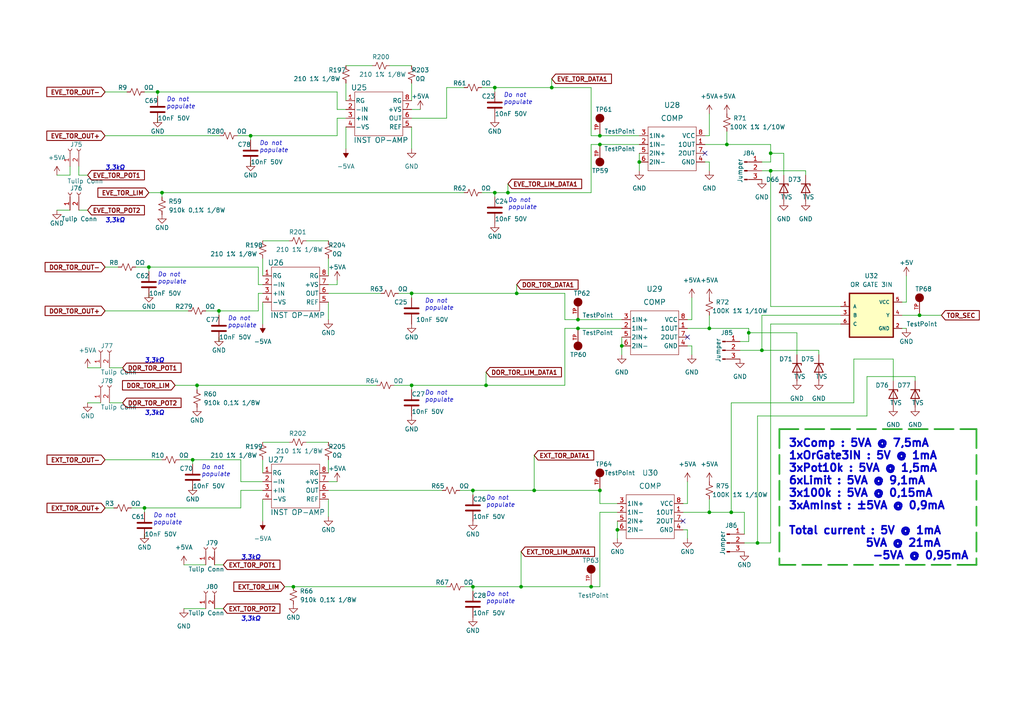
<source format=kicad_sch>
(kicad_sch (version 20211123) (generator eeschema)
  (paper "A4")
  (title_block (title "BUMBLEBEE") (date "2024-01-15") (rev "1.00") (company "ExoFlex") (comment 1 "Bumblebee"))
  (junction (at 43.18 77.47))
  (junction (at 223.52 49.53))
  (junction (at 85.09 170.18))
  (junction (at 220.98 101.6))
  (junction (at 160.02 25.4))
  (junction (at 205.74 95.25))
  (junction (at 173.99 41.91))
  (junction (at 179.07 153.67))
  (junction (at 212.09 148.59))
  (junction (at 219.71 157.48))
  (junction (at 180.34 100.33))
  (junction (at 147.32 55.88))
  (junction (at 223.52 44.45))
  (junction (at 55.88 133.35))
  (junction (at 143.51 25.4))
  (junction (at 167.64 95.25))
  (junction (at 41.91 147.32))
  (junction (at 149.86 85.09))
  (junction (at 46.99 55.88))
  (junction (at 137.16 142.24))
  (junction (at 205.74 148.59))
  (junction (at 217.17 96.52))
  (junction (at 210.82 41.91))
  (junction (at 266.7 91.44))
  (junction (at 167.64 92.71))
  (junction (at 72.6872 39.37))
  (junction (at 143.51 55.88))
  (junction (at 154.94 142.24))
  (junction (at 63.5 90.17))
  (junction (at 119.38 85.09))
  (junction (at 173.99 39.37))
  (junction (at 119.38 111.76))
  (junction (at 173.99 142.24))
  (junction (at 171.45 170.18))
  (junction (at 151.13 170.18))
  (junction (at 140.97 111.76))
  (junction (at 137.16 170.18))
  (junction (at 57.15 111.76))
  (junction (at 45.72 26.67))
  (junction (at 185.42 46.99))
  (no_connect (at 199.39 97.79))
  (no_connect (at 198.12 151.13))
  (no_connect (at 204.47 44.45))
  (wire (pts (xy 97.79 26.67) (xy 97.79 31.75)))
  (wire (pts (xy 214.63 99.06) (xy 217.17 99.06)))
  (wire (pts (xy 55.88 133.35) (xy 69.85 133.35)))
  (wire (pts (xy 76.2 87.63) (xy 76.2 93.98)))
  (wire (pts (xy 223.52 93.98) (xy 243.84 93.98)))
  (wire (pts (xy 266.7 91.44) (xy 273.05 91.44)))
  (wire (pts (xy 16.51 50.8) (xy 20.32 50.8)))
  (wire (pts (xy 63.5 90.17) (xy 74.93 90.17)))
  (wire (pts (xy 217.17 96.52) (xy 231.14 96.52)))
  (wire (pts (xy 41.91 147.32) (xy 69.85 147.32)))
  (wire (pts (xy 171.45 170.18) (xy 173.99 170.18)))
  (polyline (pts (xy 226.06 124.46) (xy 226.06 163.83)) (stroke (width 0.5) (type dash) (color 40 168 41 1)))
  (wire (pts (xy 59.69 90.17) (xy 63.5 90.17)))
  (wire (pts (xy 95.25 87.63) (xy 95.25 92.71)))
  (polyline (pts (xy 226.06 124.46) (xy 283.21 124.46)) (stroke (width 0.5) (type dash) (color 40 168 41 1)))
  (wire (pts (xy 204.47 41.91) (xy 210.82 41.91)))
  (wire (pts (xy 139.7 25.4) (xy 143.51 25.4)))
  (wire (pts (xy 204.47 46.99) (xy 205.74 46.99)))
  (wire (pts (xy 30.48 133.35) (xy 46.99 133.35)))
  (wire (pts (xy 97.79 81.28) (xy 97.79 82.55)))
  (wire (pts (xy 30.48 147.32) (xy 33.02 147.32)))
  (wire (pts (xy 171.45 41.91) (xy 171.45 55.88)))
  (wire (pts (xy 137.16 142.24) (xy 137.16 143.51)))
  (wire (pts (xy 25.4 116.84) (xy 29.21 116.84)))
  (wire (pts (xy 41.91 26.67) (xy 45.72 26.67)))
  (wire (pts (xy 223.52 44.45) (xy 223.52 46.99)))
  (wire (pts (xy 223.52 157.48) (xy 223.52 93.98)))
  (wire (pts (xy 140.97 111.76) (xy 163.83 111.76)))
  (wire (pts (xy 171.45 39.37) (xy 173.99 39.37)))
  (wire (pts (xy 137.16 142.24) (xy 154.94 142.24)))
  (wire (pts (xy 205.74 148.59) (xy 212.09 148.59)))
  (wire (pts (xy 95.25 144.78) (xy 95.25 149.86)))
  (wire (pts (xy 46.99 55.88) (xy 46.99 57.15)))
  (wire (pts (xy 69.85 139.7) (xy 76.2 139.7)))
  (wire (pts (xy 204.47 39.37) (xy 205.74 39.37)))
  (wire (pts (xy 173.99 142.24) (xy 173.99 146.05)))
  (wire (pts (xy 143.51 55.88) (xy 147.32 55.88)))
  (wire (pts (xy 262.89 95.25) (xy 261.62 95.25)))
  (wire (pts (xy 179.07 153.67) (xy 179.07 156.21)))
  (wire (pts (xy 76.2 69.85) (xy 83.82 69.85)))
  (wire (pts (xy 198.12 153.67) (xy 199.39 153.67)))
  (wire (pts (xy 76.2 128.27) (xy 83.82 128.27)))
  (wire (pts (xy 137.16 170.18) (xy 151.13 170.18)))
  (wire (pts (xy 199.39 95.25) (xy 205.74 95.25)))
  (wire (pts (xy 74.93 90.17) (xy 74.93 85.09)))
  (wire (pts (xy 173.99 146.05) (xy 179.07 146.05)))
  (wire (pts (xy 134.62 170.18) (xy 137.16 170.18)))
  (wire (pts (xy 76.2 133.35) (xy 76.2 137.16)))
  (wire (pts (xy 219.71 157.48) (xy 223.52 157.48)))
  (wire (pts (xy 95.25 142.24) (xy 128.27 142.24)))
  (wire (pts (xy 205.74 46.99) (xy 205.74 49.53)))
  (wire (pts (xy 119.38 111.76) (xy 140.97 111.76)))
  (wire (pts (xy 223.52 49.53) (xy 233.68 49.53)))
  (wire (pts (xy 41.91 154.94) (xy 41.91 156.21)))
  (wire (pts (xy 97.79 82.55) (xy 95.25 82.55)))
  (wire (pts (xy 115.57 85.09) (xy 119.38 85.09)))
  (wire (pts (xy 119.38 111.76) (xy 119.38 113.03)))
  (wire (pts (xy 45.72 26.67) (xy 97.79 26.67)))
  (wire (pts (xy 88.9 128.27) (xy 95.25 128.27)))
  (wire (pts (xy 100.33 24.13) (xy 100.33 29.21)))
  (wire (pts (xy 95.25 74.93) (xy 95.25 80.01)))
  (wire (pts (xy 55.88 133.35) (xy 55.88 134.62)))
  (wire (pts (xy 63.5 90.17) (xy 63.5 91.44)))
  (wire (pts (xy 88.9 69.85) (xy 95.25 69.85)))
  (wire (pts (xy 68.8772 39.37) (xy 72.6872 39.37)))
  (wire (pts (xy 55.88 140.97) (xy 55.88 142.24)))
  (wire (pts (xy 180.34 97.79) (xy 180.34 100.33)))
  (wire (pts (xy 76.2 144.78) (xy 76.2 151.13)))
  (wire (pts (xy 82.55 170.18) (xy 85.09 170.18)))
  (wire (pts (xy 53.34 176.53) (xy 59.69 176.53)))
  (wire (pts (xy 151.13 160.02) (xy 151.13 170.18)))
  (wire (pts (xy 167.64 95.25) (xy 180.34 95.25)))
  (wire (pts (xy 199.39 139.7) (xy 199.39 146.05)))
  (wire (pts (xy 171.45 25.4) (xy 171.45 39.37)))
  (wire (pts (xy 63.5 97.79) (xy 63.5 99.06)))
  (wire (pts (xy 22.86 50.8) (xy 22.86 48.26)))
  (wire (pts (xy 200.66 100.33) (xy 200.66 102.87)))
  (wire (pts (xy 205.74 91.44) (xy 205.74 95.25)))
  (wire (pts (xy 154.94 132.08) (xy 154.94 142.24)))
  (wire (pts (xy 74.93 85.09) (xy 76.2 85.09)))
  (wire (pts (xy 147.32 53.34) (xy 147.32 55.88)))
  (wire (pts (xy 259.08 110.49) (xy 259.08 104.14)))
  (wire (pts (xy 173.99 148.59) (xy 173.99 170.18)))
  (wire (pts (xy 185.42 44.45) (xy 185.42 46.99)))
  (wire (pts (xy 57.15 111.76) (xy 57.15 113.03)))
  (wire (pts (xy 154.94 142.24) (xy 173.99 142.24)))
  (wire (pts (xy 173.99 148.59) (xy 179.07 148.59)))
  (wire (pts (xy 20.32 50.8) (xy 20.32 48.26)))
  (wire (pts (xy 85.09 170.18) (xy 129.54 170.18)))
  (wire (pts (xy 45.72 34.29) (xy 45.72 35.56)))
  (wire (pts (xy 251.46 120.65) (xy 219.71 120.65)))
  (wire (pts (xy 219.71 120.65) (xy 219.71 157.48)))
  (wire (pts (xy 43.18 77.47) (xy 43.18 78.74)))
  (wire (pts (xy 25.4 106.68) (xy 29.21 106.68)))
  (wire (pts (xy 243.84 88.9) (xy 223.52 88.9)))
  (wire (pts (xy 45.72 26.67) (xy 45.72 27.94)))
  (wire (pts (xy 119.38 34.29) (xy 129.54 34.29)))
  (wire (pts (xy 223.52 41.91) (xy 223.52 44.45)))
  (wire (pts (xy 198.12 148.59) (xy 205.74 148.59)))
  (wire (pts (xy 95.25 133.35) (xy 95.25 137.16)))
  (wire (pts (xy 212.09 116.84) (xy 212.09 148.59)))
  (wire (pts (xy 69.85 147.32) (xy 69.85 142.24)))
  (wire (pts (xy 30.48 39.37) (xy 63.7972 39.37)))
  (wire (pts (xy 163.83 92.71) (xy 167.64 92.71)))
  (wire (pts (xy 237.49 101.6) (xy 237.49 102.87)))
  (wire (pts (xy 251.46 109.22) (xy 251.46 120.65)))
  (wire (pts (xy 163.83 92.71) (xy 163.83 85.09)))
  (wire (pts (xy 205.74 144.78) (xy 205.74 148.59)))
  (wire (pts (xy 57.15 111.76) (xy 109.22 111.76)))
  (wire (pts (xy 69.85 142.24) (xy 76.2 142.24)))
  (wire (pts (xy 74.93 77.47) (xy 43.18 77.47)))
  (wire (pts (xy 163.83 95.25) (xy 167.64 95.25)))
  (wire (pts (xy 76.2 74.93) (xy 76.2 80.01)))
  (wire (pts (xy 119.38 85.09) (xy 149.86 85.09)))
  (wire (pts (xy 151.13 170.18) (xy 171.45 170.18)))
  (wire (pts (xy 200.66 86.36) (xy 200.66 92.71)))
  (wire (pts (xy 262.89 80.01) (xy 262.89 87.63)))
  (wire (pts (xy 205.74 33.02) (xy 205.74 39.37)))
  (wire (pts (xy 223.52 88.9) (xy 223.52 49.53)))
  (wire (pts (xy 247.65 104.14) (xy 247.65 116.84)))
  (wire (pts (xy 31.75 106.68) (xy 35.56 106.68)))
  (wire (pts (xy 137.16 170.18) (xy 137.16 171.45)))
  (wire (pts (xy 160.02 25.4) (xy 171.45 25.4)))
  (wire (pts (xy 129.54 25.4) (xy 134.62 25.4)))
  (wire (pts (xy 167.64 92.71) (xy 180.34 92.71)))
  (wire (pts (xy 247.65 116.84) (xy 212.09 116.84)))
  (wire (pts (xy 50.8 111.76) (xy 57.15 111.76)))
  (wire (pts (xy 72.6872 39.37) (xy 97.79 39.37)))
  (wire (pts (xy 100.33 19.05) (xy 107.95 19.05)))
  (wire (pts (xy 163.83 95.25) (xy 163.83 111.76)))
  (wire (pts (xy 53.34 163.83) (xy 59.69 163.83)))
  (wire (pts (xy 199.39 92.71) (xy 200.66 92.71)))
  (wire (pts (xy 100.33 36.83) (xy 100.33 43.18)))
  (wire (pts (xy 265.43 109.22) (xy 265.43 110.49)))
  (polyline (pts (xy 283.21 124.46) (xy 283.21 163.83)) (stroke (width 0.5) (type dash) (color 40 168 41 1)))
  (wire (pts (xy 223.52 41.91) (xy 210.82 41.91)))
  (wire (pts (xy 247.65 104.14) (xy 259.08 104.14)))
  (wire (pts (xy 205.74 95.25) (xy 217.17 95.25)))
  (wire (pts (xy 220.98 49.53) (xy 223.52 49.53)))
  (wire (pts (xy 52.07 133.35) (xy 55.88 133.35)))
  (wire (pts (xy 119.38 36.83) (xy 119.38 43.18)))
  (wire (pts (xy 34.29 77.47) (xy 30.48 77.47)))
  (wire (pts (xy 72.6872 39.37) (xy 72.6872 40.64)))
  (wire (pts (xy 261.62 91.44) (xy 266.7 91.44)))
  (wire (pts (xy 214.63 101.6) (xy 220.98 101.6)))
  (wire (pts (xy 227.33 44.45) (xy 223.52 44.45)))
  (wire (pts (xy 262.89 87.63) (xy 261.62 87.63)))
  (wire (pts (xy 139.7 55.88) (xy 143.51 55.88)))
  (wire (pts (xy 72.6872 46.99) (xy 72.6872 48.26)))
  (wire (pts (xy 220.98 101.6) (xy 237.49 101.6)))
  (wire (pts (xy 113.03 19.05) (xy 119.38 19.05)))
  (wire (pts (xy 97.79 39.37) (xy 97.79 34.29)))
  (wire (pts (xy 97.79 34.29) (xy 100.33 34.29)))
  (wire (pts (xy 220.98 101.6) (xy 220.98 91.44)))
  (wire (pts (xy 210.82 38.1) (xy 210.82 41.91)))
  (wire (pts (xy 199.39 153.67) (xy 199.39 156.21)))
  (wire (pts (xy 30.48 26.67) (xy 36.83 26.67)))
  (wire (pts (xy 39.37 77.47) (xy 43.18 77.47)))
  (wire (pts (xy 97.79 139.7) (xy 95.25 139.7)))
  (wire (pts (xy 231.14 102.87) (xy 231.14 96.52)))
  (wire (pts (xy 119.38 24.13) (xy 119.38 29.21)))
  (wire (pts (xy 62.23 163.83) (xy 64.77 163.83)))
  (wire (pts (xy 198.12 146.05) (xy 199.39 146.05)))
  (wire (pts (xy 119.38 85.09) (xy 119.38 86.36)))
  (wire (pts (xy 43.18 85.09) (xy 43.18 86.36)))
  (wire (pts (xy 38.1 147.32) (xy 41.91 147.32)))
  (wire (pts (xy 179.07 151.13) (xy 179.07 153.67)))
  (wire (pts (xy 97.79 31.75) (xy 100.33 31.75)))
  (wire (pts (xy 173.99 39.37) (xy 185.42 39.37)))
  (wire (pts (xy 227.33 50.8) (xy 227.33 44.45)))
  (wire (pts (xy 220.98 46.99) (xy 223.52 46.99)))
  (wire (pts (xy 22.86 60.96) (xy 25.4 60.96)))
  (wire (pts (xy 215.9 157.48) (xy 219.71 157.48)))
  (wire (pts (xy 114.3 111.76) (xy 119.38 111.76)))
  (wire (pts (xy 129.54 34.29) (xy 129.54 25.4)))
  (wire (pts (xy 233.68 49.53) (xy 233.68 50.8)))
  (wire (pts (xy 173.99 41.91) (xy 185.42 41.91)))
  (wire (pts (xy 140.97 107.95) (xy 140.97 111.76)))
  (wire (pts (xy 41.91 147.32) (xy 41.91 148.59)))
  (wire (pts (xy 212.09 148.59) (xy 215.9 148.59)))
  (wire (pts (xy 16.51 60.96) (xy 20.32 60.96)))
  (wire (pts (xy 69.85 133.35) (xy 69.85 139.7)))
  (wire (pts (xy 160.02 22.86) (xy 160.02 25.4)))
  (wire (pts (xy 217.17 96.52) (xy 217.17 99.06)))
  (wire (pts (xy 31.75 116.84) (xy 35.56 116.84)))
  (wire (pts (xy 220.98 91.44) (xy 243.84 91.44)))
  (wire (pts (xy 143.51 25.4) (xy 160.02 25.4)))
  (wire (pts (xy 133.35 142.24) (xy 137.16 142.24)))
  (wire (pts (xy 62.23 176.53) (xy 64.77 176.53)))
  (wire (pts (xy 171.45 41.91) (xy 173.99 41.91)))
  (wire (pts (xy 46.99 55.88) (xy 134.62 55.88)))
  (wire (pts (xy 30.48 90.17) (xy 54.61 90.17)))
  (wire (pts (xy 46.99 55.88) (xy 43.18 55.88)))
  (wire (pts (xy 143.51 25.4) (xy 143.51 26.67)))
  (polyline (pts (xy 283.21 163.83) (xy 226.06 163.83)) (stroke (width 0.5) (type dash) (color 40 168 41 1)))
  (wire (pts (xy 215.9 148.59) (xy 215.9 154.94)))
  (wire (pts (xy 74.93 82.55) (xy 74.93 77.47)))
  (wire (pts (xy 95.25 85.09) (xy 110.49 85.09)))
  (wire (pts (xy 265.43 109.22) (xy 251.46 109.22)))
  (wire (pts (xy 149.86 85.09) (xy 163.83 85.09)))
  (wire (pts (xy 180.34 100.33) (xy 180.34 102.87)))
  (wire (pts (xy 217.17 95.25) (xy 217.17 96.52)))
  (wire (pts (xy 185.42 46.99) (xy 185.42 49.53)))
  (wire (pts (xy 143.51 55.88) (xy 143.51 57.15)))
  (wire (pts (xy 22.86 50.8) (xy 25.4 50.8)))
  (wire (pts (xy 199.39 100.33) (xy 200.66 100.33)))
  (wire (pts (xy 76.2 82.55) (xy 74.93 82.55)))
  (wire (pts (xy 147.32 55.88) (xy 171.45 55.88)))
  (wire (pts (xy 149.86 82.55) (xy 149.86 85.09)))
  (wire (pts (xy 121.92 31.75) (xy 119.38 31.75)))
  (text "3,3kΩ" (at 30.48 64.77 0) (effects (font (size 1.27 1.27) (thickness 0.254) bold italic) (justify left bottom)))
  (text "3,3kΩ" (at 69.85 162.56 0) (effects (font (size 1.27 1.27) (thickness 0.254) bold italic) (justify left bottom)))
  (text "Do not \npopulate" (at 45.72 82.55 0) (effects (font (size 1.27 1.27) italic) (justify left bottom)))
  (text "3,3kΩ" (at 30.48 49.53 0) (effects (font (size 1.27 1.27) (thickness 0.254) bold italic) (justify left bottom)))
  (text "Do not \npopulate" (at 140.97 175.26 0) (effects (font (size 1.27 1.27) italic) (justify left bottom)))
  (text "3,3kΩ" (at 41.91 120.65 0) (effects (font (size 1.27 1.27) (thickness 0.254) bold italic) (justify left bottom)))
  (text "Do not \npopulate" (at 75.2272 44.45 0) (effects (font (size 1.27 1.27) italic) (justify left bottom)))
  (text "Do not \npopulate" (at 123.19 90.17 0) (effects (font (size 1.27 1.27) italic) (justify left bottom)))
  (text "Do not \npopulate" (at 66.04 95.25 0) (effects (font (size 1.27 1.27) italic) (justify left bottom)))
  (text "3,3kΩ" (at 69.85 180.34 0) (effects (font (size 1.27 1.27) (thickness 0.254) bold italic) (justify left bottom)))
  (text "Do not \npopulate" (at 146.05 30.48 0) (effects (font (size 1.27 1.27) italic) (justify left bottom)))
  (text "Do not \npopulate" (at 123.19 116.84 0) (effects (font (size 1.27 1.27) italic) (justify left bottom)))
  (text "Do not \npopulate" (at 58.42 138.43 0) (effects (font (size 1.27 1.27) italic) (justify left bottom)))
  (text "3,3kΩ" (at 41.91 105.41 0) (effects (font (size 1.27 1.27) (thickness 0.254) bold italic) (justify left bottom)))
  (text "Do not \npopulate" (at 140.97 147.32 0) (effects (font (size 1.27 1.27) italic) (justify left bottom)))
  (text "Do not \npopulate" (at 147.32 60.96 0) (effects (font (size 1.27 1.27) italic) (justify left bottom)))
  (text "Do not \npopulate" (at 44.45 152.4 0) (effects (font (size 1.27 1.27) italic) (justify left bottom)))
  (text "Do not \npopulate" (at 48.26 31.75 0) (effects (font (size 1.27 1.27) italic) (justify left bottom)))
  (text "3xComp : 5VA @ 7,5mA\n1xOrGate3IN : 5V @ 1mA\n3xPot10k : 5VA @ 1,5mA\n6xLimit : 5VA @ 9,1mA\n3x100k : 5VA @ 0,15mA\n3xAmInst : ±5VA @ 0,9mA\n\nTotal current : 5V @ 1mA\n             5VA @ 21mA\n		    -5VA @ 0,95mA" (at 228.6 162.56 0) (effects (font (size 2.25 2.25) (thickness 0.5) bold) (justify left bottom)))
  (global_label "EVE_TOR_DATA1" (shape input) (at 160.02 22.86 0) (effects (font bold)) (property "Intersheet References" "${INTERSHEET_REFS}" (effects hide)))
  (global_label "EVE_TOR_POT1" (shape input) (at 25.4 50.8 0) (effects (font (thickness 0.254) bold)) (property "Intersheet References" "${INTERSHEET_REFS}" (effects hide)))
  (global_label "DOR_TOR_LIM_DATA1" (shape input) (at 140.97 107.95 0) (effects (font bold)) (property "Intersheet References" "${INTERSHEET_REFS}" (effects hide)))
  (global_label "TOR_SEC" (shape input) (at 273.05 91.44 0) (effects (font bold)) (property "Intersheet References" "${INTERSHEET_REFS}" (effects hide)))
  (global_label "EXT_TOR_POT2" (shape input) (at 64.77 176.53 0) (effects (font (thickness 0.254) bold)) (property "Intersheet References" "${INTERSHEET_REFS}" (effects hide)))
  (global_label "EXT_TOR_DATA1" (shape input) (at 154.94 132.08 0) (effects (font bold)) (property "Intersheet References" "${INTERSHEET_REFS}" (effects hide)))
  (global_label "EVE_TOR_OUT-" (shape input) (at 30.48 26.67 180) (effects (font (thickness 0.254) bold)) (property "Intersheet References" "${INTERSHEET_REFS}" (effects hide)))
  (global_label "EVE_TOR_OUT+" (shape input) (at 30.48 39.37 180) (effects (font (thickness 0.254) bold)) (property "Intersheet References" "${INTERSHEET_REFS}" (effects hide)))
  (global_label "EXT_TOR_OUT+" (shape input) (at 30.48 147.32 180) (effects (font (thickness 0.254) bold)) (property "Intersheet References" "${INTERSHEET_REFS}" (effects hide)))
  (global_label "DOR_TOR_OUT+" (shape input) (at 30.48 90.17 180) (effects (font (thickness 0.254) bold)) (property "Intersheet References" "${INTERSHEET_REFS}" (effects hide)))
  (global_label "DOR_TOR_LIM" (shape input) (at 50.8 111.76 180) (effects (font (thickness 0.254) bold)) (property "Intersheet References" "${INTERSHEET_REFS}" (effects hide)))
  (global_label "EVE_TOR_POT2" (shape input) (at 25.4 60.96 0) (effects (font (thickness 0.254) bold)) (property "Intersheet References" "${INTERSHEET_REFS}" (effects hide)))
  (global_label "EXT_TOR_LIM_DATA1" (shape input) (at 151.13 160.02 0) (effects (font bold)) (property "Intersheet References" "${INTERSHEET_REFS}" (effects hide)))
  (global_label "EXT_TOR_POT1" (shape input) (at 64.77 163.83 0) (effects (font (thickness 0.254) bold)) (property "Intersheet References" "${INTERSHEET_REFS}" (effects hide)))
  (global_label "EXT_TOR_OUT-" (shape input) (at 30.48 133.35 180) (effects (font (thickness 0.254) bold)) (property "Intersheet References" "${INTERSHEET_REFS}" (effects hide)))
  (global_label "EVE_TOR_LIM_DATA1" (shape input) (at 147.32 53.34 0) (effects (font bold)) (property "Intersheet References" "${INTERSHEET_REFS}" (effects hide)))
  (global_label "DOR_TOR_POT1" (shape input) (at 35.56 106.68 0) (effects (font (thickness 0.254) bold)) (property "Intersheet References" "${INTERSHEET_REFS}" (effects hide)))
  (global_label "EXT_TOR_LIM" (shape input) (at 82.55 170.18 180) (effects (font (thickness 0.254) bold)) (property "Intersheet References" "${INTERSHEET_REFS}" (effects hide)))
  (global_label "DOR_TOR_OUT-" (shape input) (at 30.48 77.47 180) (effects (font (thickness 0.254) bold)) (property "Intersheet References" "${INTERSHEET_REFS}" (effects hide)))
  (global_label "DOR_TOR_POT2" (shape input) (at 35.56 116.84 0) (effects (font (thickness 0.254) bold)) (property "Intersheet References" "${INTERSHEET_REFS}" (effects hide)))
  (global_label "DOR_TOR_DATA1" (shape input) (at 149.86 82.55 0) (effects (font bold)) (property "Intersheet References" "${INTERSHEET_REFS}" (effects hide)))
  (global_label "EVE_TOR_LIM" (shape input) (at 43.18 55.88 180) (effects (font (thickness 0.254) bold)) (property "Intersheet References" "${INTERSHEET_REFS}" (effects hide)))
  (symbol (lib_id "Device:C") (at 143.51 30.48 0) (unit 1)
    (property "Reference" "C23" (at 139.7 27.94 0) (effects (justify left)))
    (property "Value" "10nF 50V " (at 143.51 33.02 0) (effects (justify left)))
    (property "Footprint" "Capacitor_SMD:C_0805_2012Metric" (effects hide))
    (property "MANUFACTURER" "Murata Electronics" (effects hide))
    (property "PACKAGE" "0805 (2012 Metric)" (effects hide))
    (property "PART NUMBER" "GRM2195C1H103JA01D" (effects hide))
    (property "TYPE" "SMD" (effects hide))
    (property "NOTES" "DO NOT POPULATE" (effects hide))
    (property "DESCRIPTION" "10000 pF ±5% 50V Ceramic Capacitor C0G, NP0 0805 (2012 Metric)" (effects hide))
  )
  (symbol (lib_id "Device:R_Small_US") (at 57.15 115.57 0) (unit 1)
    (property "Reference" "R60" (at 60.96 114.3 0))
    (property "Value" "910k 0,1% 1/8W" (at 67.31 116.84 0))
    (property "Footprint" "Resistor_SMD:R_0805_2012Metric" (effects hide))
    (property "MANUFACTURER" "Panasonic Electronic Components" (effects hide))
    (property "PACKAGE" "0805 (2012 Metric)" (effects hide))
    (property "PART NUMBER" "ERA-6AEB914V" (effects hide))
    (property "TYPE" "SMD" (effects hide))
    (property "DESCRIPTION" "910 kOhms ±0.1% 0.125W, 1/8W Chip Resistor 0805 (2012 Metric) Automotive AEC-Q200 Thin Film" (effects hide))
  )
  (symbol (lib_id "Device:D_Zener") (at 265.43 114.3 270) (unit 1)
    (property "Reference" "D77" (at 264.16 111.76 90) (effects (justify right)))
    (property "Value" "TVS" (at 267.97 116.84 90) (effects (justify right)))
    (property "Footprint" "FootPrint:DPY2_TEX" (effects hide))
    (property "DESCRIPTION" "TVS DIODE 5.5VWM 14VC 2X1SON" (effects hide))
    (property "MANUFACTURER" "Texas Instruments" (effects hide))
    (property "PACKAGE" "0402 (1006 Metric)" (effects hide))
    (property "PART NUMBER" "TPD1E05U06DPYR" (effects hide))
    (property "TYPE" "SMD" (effects hide))
  )
  (symbol (lib_id "power:GND") (at 119.38 43.18 0) (unit 1)
    (property "Reference" "#PWR0223" (effects hide))
    (property "Value" "GND" (at 119.38 48.26 0))
  )
  (symbol (lib_id "SymLib:5005") (at 171.45 165.1 90) (unit 1)
    (property "Reference" "TP63" (at 168.91 162.56 90) (effects (justify right)))
    (property "Value" "TestPoint" (at 167.64 172.72 90) (effects (justify right)))
    (property "Footprint" "FootPrint:KEYSTONE_5005" (effects hide))
    (property "MF" "Keystone Electronics" (effects hide))
    (property "DESCRIPTION" "PC TEST POINT COMPACT RED" (effects hide))
    (property "PACKAGE" "0.125\" Dia x 0.220\" L " (effects hide))
    (property "PRICE" "None" (effects hide))
    (property "MP" "5005" (effects hide))
    (property "AVAILABILITY" "In Stock" (effects hide))
    (property "MANUFACTURER" "Keystone Electronics" (effects hide))
    (property "PART NUMBER" "5005" (effects hide))
    (property "TYPE" "Through Hole" (effects hide))
    (property "NOTES" "DO NOT POPULATE" (effects hide))
  )
  (symbol (lib_id "Device:D_Zener") (at 233.68 54.61 270) (unit 1)
    (property "Reference" "D73" (at 232.41 52.07 90) (effects (justify right)))
    (property "Value" "TVS" (at 236.22 57.15 90) (effects (justify right)))
    (property "Footprint" "FootPrint:DPY2_TEX" (effects hide))
    (property "DESCRIPTION" "TVS DIODE 5.5VWM 14VC 2X1SON" (effects hide))
    (property "MANUFACTURER" "Texas Instruments" (effects hide))
    (property "PACKAGE" "0402 (1006 Metric)" (effects hide))
    (property "PART NUMBER" "TPD1E05U06DPYR" (effects hide))
    (property "TYPE" "SMD" (effects hide))
  )
  (symbol (lib_id "Device:R_Small_US") (at 137.16 55.88 90) (unit 1)
    (property "Reference" "R62" (at 133.35 54.61 90))
    (property "Value" "0Ω" (at 140.97 54.61 90))
    (property "Footprint" "Resistor_SMD:R_0805_2012Metric" (effects hide))
    (property "MANUFACTURER" "Panasonic Electronic Components" (effects hide))
    (property "PACKAGE" "0805 (2012 Metric)" (effects hide))
    (property "PART NUMBER" "ERJ-6GEY0R00V" (effects hide))
    (property "TYPE" "SMD" (effects hide))
    (property "DESCRIPTION" "0 Ohms Jumper Chip Resistor 0805 (2012 Metric) Automotive AEC-Q200 Thick Film" (effects hide))
  )
  (symbol (lib_id "power:GND") (at 237.49 110.49 0) (unit 1)
    (property "Reference" "#PWR0546" (effects hide))
    (property "Value" "GND" (at 237.49 115.57 0))
  )
  (symbol (lib_id "SymLib:5005") (at 173.99 137.16 90) (unit 1)
    (property "Reference" "TP64" (at 172.72 134.62 90) (effects (justify right)))
    (property "Value" "TestPoint" (at 175.26 137.16 90) (effects (justify right)))
    (property "Footprint" "FootPrint:KEYSTONE_5005" (effects hide))
    (property "MF" "Keystone Electronics" (effects hide))
    (property "DESCRIPTION" "PC TEST POINT COMPACT RED" (effects hide))
    (property "PACKAGE" "0.125\" Dia x 0.220\" L " (effects hide))
    (property "PRICE" "None" (effects hide))
    (property "MP" "5005" (effects hide))
    (property "AVAILABILITY" "In Stock" (effects hide))
    (property "MANUFACTURER" "Keystone Electronics" (effects hide))
    (property "PART NUMBER" "5005" (effects hide))
    (property "TYPE" "Through Hole" (effects hide))
    (property "NOTES" "DO NOT POPULATE" (effects hide))
  )
  (symbol (lib_id "power:GND") (at 119.38 93.98 0) (unit 1)
    (property "Reference" "#PWR0231" (effects hide))
    (property "Value" "GND" (at 119.38 97.79 0))
  )
  (symbol (lib_id "SymLib:INA823DR") (at 71.12 80.01 0) (unit 1)
    (property "Reference" "U26" (at 80.01 76.2 0) (effects (font (size 1.524 1.524))))
    (property "Value" "INST OP-AMP" (at 86.36 91.44 0) (effects (font (size 1.524 1.524))))
    (property "Footprint" "FootPrint:D0008A_SOIC_TEX" (effects hide))
    (property "Datasheet" "INA823DR" (effects hide))
    (property "DESCRIPTION" "Instrumentation Amplifier 1 Circuit 8-SOIC" (effects hide))
    (property "MANUFACTURER" "Texas Instruments" (effects hide))
    (property "PACKAGE" "8-SOIC (0.154\", 3.90mm Width)" (effects hide))
    (property "PART NUMBER" "INA823DR" (effects hide))
    (property "TYPE" "SMD" (effects hide))
  )
  (symbol (lib_id "Device:R_Small_US") (at 86.36 69.85 90) (unit 1)
    (property "Reference" "R201" (at 86.36 67.31 90))
    (property "Value" " 210 1% 1/8W" (at 86.36 72.39 90))
    (property "Footprint" "Resistor_SMD:R_0805_2012Metric" (effects hide))
    (property "MANUFACTURER" "Panasonic Electronic Components" (effects hide))
    (property "PACKAGE" "0805 (2012 Metric)" (effects hide))
    (property "PART NUMBER" "ERJ-6ENF2100V" (effects hide))
    (property "TYPE" "SMD" (effects hide))
    (property "DESCRIPTION" "210 Ohms ±1% 0.125W, 1/8W Chip Resistor 0805 (2012 Metric) Automotive AEC-Q200 Thick Film" (effects hide))
  )
  (symbol (lib_id "power:+5VA") (at 25.4 106.68 0) (unit 1)
    (property "Reference" "#PWR0214" (effects hide))
    (property "Value" "+5VA" (at 25.4 101.6 0))
  )
  (symbol (lib_id "Device:R_Small_US") (at 111.76 111.76 90) (unit 1)
    (property "Reference" "R64" (at 107.95 110.49 90))
    (property "Value" "0Ω" (at 115.57 110.49 90))
    (property "Footprint" "Resistor_SMD:R_0805_2012Metric" (effects hide))
    (property "MANUFACTURER" "Panasonic Electronic Components" (effects hide))
    (property "PACKAGE" "0805 (2012 Metric)" (effects hide))
    (property "PART NUMBER" "ERJ-6GEY0R00V" (effects hide))
    (property "TYPE" "SMD" (effects hide))
    (property "DESCRIPTION" "0 Ohms Jumper Chip Resistor 0805 (2012 Metric) Automotive AEC-Q200 Thick Film" (effects hide))
  )
  (symbol (lib_id "power:+5V") (at 262.89 80.01 0) (unit 1)
    (property "Reference" "#PWR0259" (effects hide))
    (property "Value" "+5V" (at 262.89 76.2 0))
  )
  (symbol (lib_id "power:GND") (at 43.18 85.09 0) (unit 1)
    (property "Reference" "#PWR0522" (effects hide))
    (property "Value" "GND" (at 43.18 88.9 0))
  )
  (symbol (lib_id "power:GND") (at 179.07 156.21 0) (unit 1)
    (property "Reference" "#PWR0250" (effects hide))
    (property "Value" "GND" (at 179.07 160.02 0))
  )
  (symbol (lib_id "power:GND") (at 259.08 118.11 0) (unit 1)
    (property "Reference" "#PWR0547" (effects hide))
    (property "Value" "GND" (at 259.08 123.19 0))
  )
  (symbol (lib_id "Connector:Conn_01x02_Female") (at 20.32 43.18 90) (unit 1)
    (property "Reference" "J75" (at 20.32 41.91 90) (effects (justify right)))
    (property "Value" "Tulip Conn" (at 19.5186 52.5319 90) (effects (justify right)))
    (property "Footprint" "Connector_PinSocket_2.54mm:PinSocket_1x02_P2.54mm_Vertical" (effects hide))
    (property "DESCRIPTION" "2 Position Socket Connector 0.100\" (2.54mm) Through Hole Gold" (effects hide))
    (property "MANUFACTURER" "Preci-Dip" (effects hide))
    (property "PACKAGE" "2 POS 0.100\" (2.54mm)" (effects hide))
    (property "PART NUMBER" "801-87-002-10-001101" (effects hide))
    (property "TYPE" "Through Hole" (effects hide))
  )
  (symbol (lib_id "Device:R_Small_US") (at 205.74 142.24 0) (unit 1)
    (property "Reference" "R75" (at 209.55 140.97 0))
    (property "Value" "100K 1% 1/10W" (at 214.63 143.51 0))
    (property "Footprint" "Resistor_SMD:R_0603_1608Metric" (effects hide))
    (property "MANUFACTURER" "Panasonic Electronic Components" (effects hide))
    (property "PACKAGE" "0603 (1608 Metric)" (effects hide))
    (property "PART NUMBER" "ERJ-3EKF1003V" (effects hide))
    (property "TYPE" "SMD" (effects hide))
    (property "DESCRIPTION" "100 kOhms ±1% 0.1W, 1/10W Chip Resistor 0603 (1608 Metric) Automotive AEC-Q200 Thick Film" (effects hide))
  )
  (symbol (lib_id "Device:R_Small_US") (at 57.15 90.17 90) (unit 1)
    (property "Reference" "R279" (at 53.34 88.9 90))
    (property "Value" "0Ω" (at 60.96 88.9 90))
    (property "Footprint" "Resistor_SMD:R_0805_2012Metric" (effects hide))
    (property "MANUFACTURER" "Panasonic Electronic Components" (effects hide))
    (property "PACKAGE" "0805 (2012 Metric)" (effects hide))
    (property "PART NUMBER" "ERJ-6GEY0R00V" (effects hide))
    (property "TYPE" "SMD" (effects hide))
    (property "DESCRIPTION" "0 Ohms Jumper Chip Resistor 0805 (2012 Metric) Automotive AEC-Q200 Thick Film" (effects hide))
  )
  (symbol (lib_id "power:GND") (at 41.91 154.94 0) (unit 1)
    (property "Reference" "#PWR018" (effects hide))
    (property "Value" "GND" (at 41.91 158.75 0))
  )
  (symbol (lib_id "Device:C") (at 119.38 90.17 0) (unit 1)
    (property "Reference" "C25" (at 114.3 87.63 0) (effects (justify left)))
    (property "Value" "10nF 50V " (at 120.65 92.71 0) (effects (justify left)))
    (property "Footprint" "Capacitor_SMD:C_0805_2012Metric" (effects hide))
    (property "MANUFACTURER" "Murata Electronics" (effects hide))
    (property "PACKAGE" "0805 (2012 Metric)" (effects hide))
    (property "PART NUMBER" "GRM2195C1H103JA01D" (effects hide))
    (property "TYPE" "SMD" (effects hide))
    (property "NOTES" "DO NOT POPULATE" (effects hide))
    (property "DESCRIPTION" "10000 pF ±5% 50V Ceramic Capacitor C0G, NP0 0805 (2012 Metric)" (effects hide))
  )
  (symbol (lib_id "power:+5VA") (at 205.74 33.02 0) (unit 1)
    (property "Reference" "#PWR0244" (effects hide))
    (property "Value" "+5VA" (at 205.74 27.94 0))
  )
  (symbol (lib_id "power:GND") (at 262.89 95.25 0) (unit 1)
    (property "Reference" "#PWR0260" (effects hide))
    (property "Value" "GND" (at 262.89 99.06 0))
  )
  (symbol (lib_id "SymLib:INA823DR") (at 95.25 29.21 0) (unit 1)
    (property "Reference" "U25" (at 104.14 25.4 0) (effects (font (size 1.524 1.524))))
    (property "Value" "INST OP-AMP" (at 110.49 40.64 0) (effects (font (size 1.524 1.524))))
    (property "Footprint" "FootPrint:D0008A_SOIC_TEX" (effects hide))
    (property "Datasheet" "INA823DR" (effects hide))
    (property "DESCRIPTION" "Instrumentation Amplifier 1 Circuit 8-SOIC" (effects hide))
    (property "MANUFACTURER" "Texas Instruments" (effects hide))
    (property "PACKAGE" "8-SOIC (0.154\", 3.90mm Width)" (effects hide))
    (property "PART NUMBER" "INA823DR" (effects hide))
    (property "TYPE" "SMD" (effects hide))
  )
  (symbol (lib_id "Device:C") (at 137.16 175.26 0) (unit 1)
    (property "Reference" "C28" (at 137.16 172.72 0) (effects (justify left)))
    (property "Value" "10nF 50V " (at 137.16 177.8 0) (effects (justify left)))
    (property "Footprint" "Capacitor_SMD:C_0805_2012Metric" (effects hide))
    (property "MANUFACTURER" "Murata Electronics" (effects hide))
    (property "PACKAGE" "0805 (2012 Metric)" (effects hide))
    (property "PART NUMBER" "GRM2195C1H103JA01D" (effects hide))
    (property "TYPE" "SMD" (effects hide))
    (property "NOTES" "DO NOT POPULATE" (effects hide))
    (property "DESCRIPTION" "10000 pF ±5% 50V Ceramic Capacitor C0G, NP0 0805 (2012 Metric)" (effects hide))
  )
  (symbol (lib_id "power:GND") (at 233.68 58.42 0) (unit 1)
    (property "Reference" "#PWR0545" (effects hide))
    (property "Value" "GND" (at 233.68 63.5 0))
  )
  (symbol (lib_id "power:+5VA") (at 199.39 139.7 0) (unit 1)
    (property "Reference" "#PWR0253" (effects hide))
    (property "Value" "+5VA" (at 199.39 134.62 0))
  )
  (symbol (lib_id "power:+5VA") (at 16.51 50.8 0) (unit 1)
    (property "Reference" "#PWR0212" (effects hide))
    (property "Value" "+5VA" (at 16.51 45.72 0))
  )
  (symbol (lib_id "power:GND") (at 200.66 102.87 0) (unit 1)
    (property "Reference" "#PWR0247" (effects hide))
    (property "Value" "GND" (at 200.66 107.95 0))
  )
  (symbol (lib_id "SymLib:5005") (at 173.99 46.99 270) (unit 1)
    (property "Reference" "TP59" (at 176.53 49.53 90) (effects (justify right)))
    (property "Value" "TestPoint" (at 184.15 43.18 90) (effects (justify right)))
    (property "Footprint" "FootPrint:KEYSTONE_5005" (effects hide))
    (property "MF" "Keystone Electronics" (effects hide))
    (property "DESCRIPTION" "PC TEST POINT COMPACT RED" (effects hide))
    (property "PACKAGE" "0.125\" Dia x 0.220\" L " (effects hide))
    (property "PRICE" "None" (effects hide))
    (property "MP" "5005" (effects hide))
    (property "AVAILABILITY" "In Stock" (effects hide))
    (property "MANUFACTURER" "Keystone Electronics" (effects hide))
    (property "PART NUMBER" "5005" (effects hide))
    (property "TYPE" "Through Hole" (effects hide))
    (property "NOTES" "DO NOT POPULATE" (effects hide))
  )
  (symbol (lib_id "power:GND") (at 45.72 34.29 0) (unit 1)
    (property "Reference" "#PWR0523" (effects hide))
    (property "Value" "GND" (at 45.72 38.1 0))
  )
  (symbol (lib_id "SymLib:5005") (at 266.7 86.36 90) (unit 1)
    (property "Reference" "TP68" (at 265.43 83.82 90) (effects (justify right)))
    (property "Value" "TestPoint" (at 262.89 93.98 90) (effects (justify right)))
    (property "Footprint" "FootPrint:KEYSTONE_5005" (effects hide))
    (property "MF" "Keystone Electronics" (effects hide))
    (property "DESCRIPTION" "PC TEST POINT COMPACT RED" (effects hide))
    (property "PACKAGE" "0.125\" Dia x 0.220\" L " (effects hide))
    (property "PRICE" "None" (effects hide))
    (property "MP" "5005" (effects hide))
    (property "AVAILABILITY" "In Stock" (effects hide))
    (property "MANUFACTURER" "Keystone Electronics" (effects hide))
    (property "PART NUMBER" "5005" (effects hide))
    (property "TYPE" "Through Hole" (effects hide))
    (property "NOTES" "DO NOT POPULATE" (effects hide))
  )
  (symbol (lib_id "power:GND") (at 25.4 116.84 0) (unit 1)
    (property "Reference" "#PWR0215" (effects hide))
    (property "Value" "GND" (at 25.4 120.65 0))
  )
  (symbol (lib_id "Device:R_Small_US") (at 132.08 170.18 90) (unit 1)
    (property "Reference" "R67" (at 128.27 168.91 90))
    (property "Value" "0Ω" (at 135.89 168.91 90))
    (property "Footprint" "Resistor_SMD:R_0805_2012Metric" (effects hide))
    (property "MANUFACTURER" "Panasonic Electronic Components" (effects hide))
    (property "PACKAGE" "0805 (2012 Metric)" (effects hide))
    (property "PART NUMBER" "ERJ-6GEY0R00V" (effects hide))
    (property "TYPE" "SMD" (effects hide))
    (property "DESCRIPTION" "0 Ohms Jumper Chip Resistor 0805 (2012 Metric) Automotive AEC-Q200 Thick Film" (effects hide))
  )
  (symbol (lib_id "Device:R_Small_US") (at 49.53 133.35 90) (unit 1)
    (property "Reference" "R10" (at 45.72 132.08 90))
    (property "Value" "0Ω" (at 53.34 132.08 90))
    (property "Footprint" "Resistor_SMD:R_0805_2012Metric" (effects hide))
    (property "MANUFACTURER" "Panasonic Electronic Components" (effects hide))
    (property "PACKAGE" "0805 (2012 Metric)" (effects hide))
    (property "PART NUMBER" "ERJ-6GEY0R00V" (effects hide))
    (property "TYPE" "SMD" (effects hide))
    (property "DESCRIPTION" "0 Ohms Jumper Chip Resistor 0805 (2012 Metric) Automotive AEC-Q200 Thick Film" (effects hide))
  )
  (symbol (lib_id "power:GND") (at 214.63 104.14 0) (unit 1)
    (property "Reference" "#PWR0252" (effects hide))
    (property "Value" "GND" (at 214.63 109.22 0))
  )
  (symbol (lib_id "power:GND") (at 46.99 62.23 0) (unit 1)
    (property "Reference" "#PWR0221" (effects hide))
    (property "Value" "GND" (at 46.99 66.04 0))
  )
  (symbol (lib_id "power:GND") (at 95.25 149.86 0) (unit 1)
    (property "Reference" "#PWR0226" (effects hide))
    (property "Value" "GND" (at 95.25 153.67 0))
  )
  (symbol (lib_id "Device:R_Small_US") (at 36.83 77.47 90) (unit 1)
    (property "Reference" "R8" (at 33.02 76.2 90))
    (property "Value" "0Ω" (at 40.64 76.2 90))
    (property "Footprint" "Resistor_SMD:R_0805_2012Metric" (effects hide))
    (property "MANUFACTURER" "Panasonic Electronic Components" (effects hide))
    (property "PACKAGE" "0805 (2012 Metric)" (effects hide))
    (property "PART NUMBER" "ERJ-6GEY0R00V" (effects hide))
    (property "TYPE" "SMD" (effects hide))
    (property "DESCRIPTION" "0 Ohms Jumper Chip Resistor 0805 (2012 Metric) Automotive AEC-Q200 Thick Film" (effects hide))
  )
  (symbol (lib_id "power:+5VA") (at 205.74 86.36 0) (unit 1)
    (property "Reference" "#PWR0249" (effects hide))
    (property "Value" "+5VA" (at 205.74 81.28 0))
  )
  (symbol (lib_id "SymLib:LM393DGKR") (at 166.37 39.37 0) (unit 1)
    (property "Reference" "U28" (at 194.945 30.48 0) (effects (font (size 1.524 1.524))))
    (property "Value" "COMP" (at 194.945 34.29 0) (effects (font (size 1.524 1.524))))
    (property "Footprint" "FootPrint:DGK8" (effects hide))
    (property "Datasheet" "LM393DGKR" (effects hide))
    (property "DESCRIPTION" "Comparator General Purpose Open-Collector, Rail-to-Rail 8-VSSOP" (effects hide))
    (property "MANUFACTURER" "Texas Instruments" (effects hide))
    (property "PACKAGE" "8-TSSOP, 8-MSOP (0.118\", 3.00mm Width)" (effects hide))
    (property "PART NUMBER" "LM393DGKR" (effects hide))
    (property "TYPE" "SMD" (effects hide))
  )
  (symbol (lib_id "power:+5VA") (at 97.79 139.7 0) (unit 1)
    (property "Reference" "#PWR0228" (effects hide))
    (property "Value" "+5VA" (at 97.79 135.89 0))
  )
  (symbol (lib_id "power:GND") (at 119.38 120.65 0) (unit 1)
    (property "Reference" "#PWR0233" (effects hide))
    (property "Value" "GND" (at 119.38 124.46 0))
  )
  (symbol (lib_id "Device:R_Small_US") (at 205.74 88.9 0) (unit 1)
    (property "Reference" "R72" (at 209.55 87.63 0))
    (property "Value" "100K 1% 1/10W" (at 214.63 90.17 0))
    (property "Footprint" "Resistor_SMD:R_0603_1608Metric" (effects hide))
    (property "MANUFACTURER" "Panasonic Electronic Components" (effects hide))
    (property "PACKAGE" "0603 (1608 Metric)" (effects hide))
    (property "PART NUMBER" "ERJ-3EKF1003V" (effects hide))
    (property "TYPE" "SMD" (effects hide))
    (property "DESCRIPTION" "100 kOhms ±1% 0.1W, 1/10W Chip Resistor 0603 (1608 Metric) Automotive AEC-Q200 Thick Film" (effects hide))
  )
  (symbol (lib_id "SymLib:LM393DGKR") (at 161.29 92.71 0) (unit 1)
    (property "Reference" "U29" (at 189.865 83.82 0) (effects (font (size 1.524 1.524))))
    (property "Value" "COMP" (at 189.865 87.63 0) (effects (font (size 1.524 1.524))))
    (property "Footprint" "FootPrint:DGK8" (effects hide))
    (property "Datasheet" "LM393DGKR" (effects hide))
    (property "DESCRIPTION" "Comparator General Purpose Open-Collector, Rail-to-Rail 8-VSSOP" (effects hide))
    (property "MANUFACTURER" "Texas Instruments" (effects hide))
    (property "PACKAGE" "8-TSSOP, 8-MSOP (0.118\", 3.00mm Width)" (effects hide))
    (property "PART NUMBER" "LM393DGKR" (effects hide))
    (property "TYPE" "SMD" (effects hide))
  )
  (symbol (lib_id "Device:R_Small_US") (at 119.38 21.59 0) (unit 1)
    (property "Reference" "R203" (at 121.92 20.32 0))
    (property "Value" "0Ω" (at 121.92 22.86 0))
    (property "Footprint" "Resistor_SMD:R_0805_2012Metric" (effects hide))
    (property "MANUFACTURER" "Panasonic Electronic Components" (effects hide))
    (property "PACKAGE" "0805 (2012 Metric)" (effects hide))
    (property "PART NUMBER" "ERJ-6GEY0R00V" (effects hide))
    (property "TYPE" "SMD" (effects hide))
    (property "DESCRIPTION" "0 Ohms Jumper Chip Resistor 0805 (2012 Metric) Automotive AEC-Q200 Thick Film" (effects hide))
  )
  (symbol (lib_id "power:GND") (at 143.51 34.29 0) (unit 1)
    (property "Reference" "#PWR0229" (effects hide))
    (property "Value" "GND" (at 143.51 38.1 0))
  )
  (symbol (lib_id "power:GND") (at 180.34 102.87 0) (unit 1)
    (property "Reference" "#PWR0243" (effects hide))
    (property "Value" "GND" (at 180.34 107.95 0))
  )
  (symbol (lib_id "power:GND") (at 220.98 52.07 0) (unit 1)
    (property "Reference" "#PWR0251" (effects hide))
    (property "Value" "GND" (at 220.98 57.15 0))
  )
  (symbol (lib_id "Connector:Conn_01x03_Male") (at 215.9 49.53 0) (unit 1)
    (property "Reference" "J84" (at 217.17 44.45 0))
    (property "Value" "Jumper" (at 214.63 49.53 90))
    (property "Footprint" "Connector_PinHeader_2.54mm:PinHeader_1x03_P2.54mm_Vertical" (effects hide))
    (property "DESCRIPTION" "CONN HEADER VERT 3POS 2.54MM" (effects hide))
    (property "MANUFACTURER" "Würth Elektronik" (effects hide))
    (property "PACKAGE" "Square 0.100\" (2.54mm)" (effects hide))
    (property "PART NUMBER" "61300311121" (effects hide))
    (property "TYPE" "Through Hole" (effects hide))
  )
  (symbol (lib_id "power:GND") (at 85.09 175.26 0) (unit 1)
    (property "Reference" "#PWR0234" (effects hide))
    (property "Value" "GND" (at 85.09 179.07 0))
  )
  (symbol (lib_id "Connector:Conn_01x03_Male") (at 210.82 157.48 0) (unit 1)
    (property "Reference" "J86" (at 212.09 152.4 0))
    (property "Value" "Jumper" (at 209.55 157.48 90))
    (property "Footprint" "Connector_PinHeader_2.54mm:PinHeader_1x03_P2.54mm_Vertical" (effects hide))
    (property "DESCRIPTION" "CONN HEADER VERT 3POS 2.54MM" (effects hide))
    (property "MANUFACTURER" "Würth Elektronik" (effects hide))
    (property "PACKAGE" "Square 0.100\" (2.54mm)" (effects hide))
    (property "PART NUMBER" "61300311121" (effects hide))
    (property "TYPE" "Through Hole" (effects hide))
  )
  (symbol (lib_id "Device:C") (at 119.38 116.84 0) (unit 1)
    (property "Reference" "C27" (at 119.38 114.3 0) (effects (justify left)))
    (property "Value" "10nF 50V " (at 119.38 119.38 0) (effects (justify left)))
    (property "Footprint" "Capacitor_SMD:C_0805_2012Metric" (effects hide))
    (property "MANUFACTURER" "Murata Electronics" (effects hide))
    (property "PACKAGE" "0805 (2012 Metric)" (effects hide))
    (property "PART NUMBER" "GRM2195C1H103JA01D" (effects hide))
    (property "TYPE" "SMD" (effects hide))
    (property "NOTES" "DO NOT POPULATE" (effects hide))
    (property "DESCRIPTION" "10000 pF ±5% 50V Ceramic Capacitor C0G, NP0 0805 (2012 Metric)" (effects hide))
  )
  (symbol (lib_id "SymLib:5005") (at 167.64 100.33 270) (unit 1)
    (property "Reference" "TP60" (at 170.18 102.87 90) (effects (justify right)))
    (property "Value" "TestPoint" (at 177.8 96.52 90) (effects (justify right)))
    (property "Footprint" "FootPrint:KEYSTONE_5005" (effects hide))
    (property "MF" "Keystone Electronics" (effects hide))
    (property "DESCRIPTION" "PC TEST POINT COMPACT RED" (effects hide))
    (property "PACKAGE" "0.125\" Dia x 0.220\" L " (effects hide))
    (property "PRICE" "None" (effects hide))
    (property "MP" "5005" (effects hide))
    (property "AVAILABILITY" "In Stock" (effects hide))
    (property "MANUFACTURER" "Keystone Electronics" (effects hide))
    (property "PART NUMBER" "5005" (effects hide))
    (property "TYPE" "Through Hole" (effects hide))
    (property "NOTES" "DO NOT POPULATE" (effects hide))
  )
  (symbol (lib_id "Device:C") (at 45.72 31.75 0) (unit 1)
    (property "Reference" "C69" (at 41.91 29.21 0) (effects (justify left)))
    (property "Value" "10nF 50V " (at 45.72 34.29 0) (effects (justify left)))
    (property "Footprint" "Capacitor_SMD:C_0805_2012Metric" (effects hide))
    (property "MANUFACTURER" "Murata Electronics" (effects hide))
    (property "PACKAGE" "0805 (2012 Metric)" (effects hide))
    (property "PART NUMBER" "GRM2195C1H103JA01D" (effects hide))
    (property "TYPE" "SMD" (effects hide))
    (property "NOTES" "DO NOT POPULATE" (effects hide))
    (property "DESCRIPTION" "10000 pF ±5% 50V Ceramic Capacitor C0G, NP0 0805 (2012 Metric)" (effects hide))
  )
  (symbol (lib_id "Device:C") (at 63.5 95.25 0) (unit 1)
    (property "Reference" "C77" (at 59.69 92.71 0) (effects (justify left)))
    (property "Value" "10nF 50V " (at 63.5 97.79 0) (effects (justify left)))
    (property "Footprint" "Capacitor_SMD:C_0805_2012Metric" (effects hide))
    (property "MANUFACTURER" "Murata Electronics" (effects hide))
    (property "PACKAGE" "0805 (2012 Metric)" (effects hide))
    (property "PART NUMBER" "GRM2195C1H103JA01D" (effects hide))
    (property "TYPE" "SMD" (effects hide))
    (property "NOTES" "DO NOT POPULATE" (effects hide))
    (property "DESCRIPTION" "10000 pF ±5% 50V Ceramic Capacitor C0G, NP0 0805 (2012 Metric)" (effects hide))
  )
  (symbol (lib_id "power:GND") (at 72.6872 46.99 0) (unit 1)
    (property "Reference" "#PWR0526" (effects hide))
    (property "Value" "GND" (at 72.6872 50.8 0))
  )
  (symbol (lib_id "Device:C") (at 143.51 60.96 0) (unit 1)
    (property "Reference" "C24" (at 143.51 58.42 0) (effects (justify left)))
    (property "Value" "10nF 50V " (at 143.51 63.5 0) (effects (justify left)))
    (property "Footprint" "Capacitor_SMD:C_0805_2012Metric" (effects hide))
    (property "MANUFACTURER" "Murata Electronics" (effects hide))
    (property "PACKAGE" "0805 (2012 Metric)" (effects hide))
    (property "PART NUMBER" "GRM2195C1H103JA01D" (effects hide))
    (property "TYPE" "SMD" (effects hide))
    (property "NOTES" "DO NOT POPULATE" (effects hide))
    (property "DESCRIPTION" "10000 pF ±5% 50V Ceramic Capacitor C0G, NP0 0805 (2012 Metric)" (effects hide))
  )
  (symbol (lib_id "Device:C") (at 43.18 82.55 0) (unit 1)
    (property "Reference" "C62" (at 39.37 80.01 0) (effects (justify left)))
    (property "Value" "10nF 50V " (at 43.18 85.09 0) (effects (justify left)))
    (property "Footprint" "Capacitor_SMD:C_0805_2012Metric" (effects hide))
    (property "MANUFACTURER" "Murata Electronics" (effects hide))
    (property "PACKAGE" "0805 (2012 Metric)" (effects hide))
    (property "PART NUMBER" "GRM2195C1H103JA01D" (effects hide))
    (property "TYPE" "SMD" (effects hide))
    (property "NOTES" "DO NOT POPULATE" (effects hide))
    (property "DESCRIPTION" "10000 pF ±5% 50V Ceramic Capacitor C0G, NP0 0805 (2012 Metric)" (effects hide))
  )
  (symbol (lib_id "Device:R_Small_US") (at 137.16 25.4 90) (unit 1)
    (property "Reference" "R61" (at 133.35 24.13 90))
    (property "Value" "0Ω" (at 140.97 24.13 90))
    (property "Footprint" "Resistor_SMD:R_0805_2012Metric" (effects hide))
    (property "MANUFACTURER" "Panasonic Electronic Components" (effects hide))
    (property "PACKAGE" "0805 (2012 Metric)" (effects hide))
    (property "PART NUMBER" "ERJ-6GEY0R00V" (effects hide))
    (property "TYPE" "SMD" (effects hide))
    (property "DESCRIPTION" "0 Ohms Jumper Chip Resistor 0805 (2012 Metric) Automotive AEC-Q200 Thick Film" (effects hide))
  )
  (symbol (lib_id "Device:R_Small_US") (at 110.49 19.05 90) (unit 1)
    (property "Reference" "R200" (at 110.49 16.51 90))
    (property "Value" " 210 1% 1/8W" (at 110.49 21.59 90))
    (property "Footprint" "Resistor_SMD:R_0805_2012Metric" (effects hide))
    (property "MANUFACTURER" "Panasonic Electronic Components" (effects hide))
    (property "PACKAGE" "0805 (2012 Metric)" (effects hide))
    (property "PART NUMBER" "ERJ-6ENF2100V" (effects hide))
    (property "TYPE" "SMD" (effects hide))
    (property "DESCRIPTION" "210 Ohms ±1% 0.125W, 1/8W Chip Resistor 0805 (2012 Metric) Automotive AEC-Q200 Thick Film" (effects hide))
  )
  (symbol (lib_id "SymLib:5005") (at 173.99 34.29 90) (unit 1)
    (property "Reference" "TP61" (at 172.72 31.75 90) (effects (justify right)))
    (property "Value" "TestPoint" (at 175.26 38.1 90) (effects (justify right)))
    (property "Footprint" "FootPrint:KEYSTONE_5005" (effects hide))
    (property "MF" "Keystone Electronics" (effects hide))
    (property "DESCRIPTION" "PC TEST POINT COMPACT RED" (effects hide))
    (property "PACKAGE" "0.125\" Dia x 0.220\" L " (effects hide))
    (property "PRICE" "None" (effects hide))
    (property "MP" "5005" (effects hide))
    (property "AVAILABILITY" "In Stock" (effects hide))
    (property "MANUFACTURER" "Keystone Electronics" (effects hide))
    (property "PART NUMBER" "5005" (effects hide))
    (property "TYPE" "Through Hole" (effects hide))
    (property "NOTES" "DO NOT POPULATE" (effects hide))
  )
  (symbol (lib_id "Connector:Conn_01x02_Female") (at 59.69 171.45 90) (unit 1)
    (property "Reference" "J80" (at 59.69 170.18 90) (effects (justify right)))
    (property "Value" "Tulip Conn" (at 54.61 177.8 90) (effects (justify right)))
    (property "Footprint" "Connector_PinSocket_2.54mm:PinSocket_1x02_P2.54mm_Vertical" (effects hide))
    (property "DESCRIPTION" "2 Position Socket Connector 0.100\" (2.54mm) Through Hole Gold" (effects hide))
    (property "MANUFACTURER" "Preci-Dip" (effects hide))
    (property "PACKAGE" "2 POS 0.100\" (2.54mm)" (effects hide))
    (property "PART NUMBER" "801-87-002-10-001101" (effects hide))
    (property "TYPE" "Through Hole" (effects hide))
  )
  (symbol (lib_id "power:+5VA") (at 200.66 86.36 0) (unit 1)
    (property "Reference" "#PWR0246" (effects hide))
    (property "Value" "+5VA" (at 200.66 81.28 0))
  )
  (symbol (lib_id "power:GND") (at 231.14 110.49 0) (unit 1)
    (property "Reference" "#PWR0544" (effects hide))
    (property "Value" "GND" (at 231.14 115.57 0))
  )
  (symbol (lib_id "Device:R_Small_US") (at 85.09 172.72 0) (unit 1)
    (property "Reference" "R66" (at 88.9 171.45 0))
    (property "Value" "910k 0,1% 1/8W" (at 95.25 173.99 0))
    (property "Footprint" "Resistor_SMD:R_0805_2012Metric" (effects hide))
    (property "MANUFACTURER" "Panasonic Electronic Components" (effects hide))
    (property "PACKAGE" "0805 (2012 Metric)" (effects hide))
    (property "PART NUMBER" "ERA-6AEB914V" (effects hide))
    (property "TYPE" "SMD" (effects hide))
    (property "DESCRIPTION" "910 kOhms ±0.1% 0.125W, 1/8W Chip Resistor 0805 (2012 Metric) Automotive AEC-Q200 Thin Film" (effects hide))
  )
  (symbol (lib_id "power:GND") (at 55.88 140.97 0) (unit 1)
    (property "Reference" "#PWR0524" (effects hide))
    (property "Value" "GND" (at 55.88 144.78 0))
  )
  (symbol (lib_id "Device:C") (at 72.6872 44.45 0) (unit 1)
    (property "Reference" "C78" (at 68.8772 41.91 0) (effects (justify left)))
    (property "Value" "10nF 50V " (at 72.6872 46.99 0) (effects (justify left)))
    (property "Footprint" "Capacitor_SMD:C_0805_2012Metric" (effects hide))
    (property "MANUFACTURER" "Murata Electronics" (effects hide))
    (property "PACKAGE" "0805 (2012 Metric)" (effects hide))
    (property "PART NUMBER" "GRM2195C1H103JA01D" (effects hide))
    (property "TYPE" "SMD" (effects hide))
    (property "NOTES" "DO NOT POPULATE" (effects hide))
    (property "DESCRIPTION" "10000 pF ±5% 50V Ceramic Capacitor C0G, NP0 0805 (2012 Metric)" (effects hide))
  )
  (symbol (lib_id "Device:R_Small_US") (at 66.3372 39.37 90) (unit 1)
    (property "Reference" "R280" (at 62.5272 38.1 90))
    (property "Value" "0Ω" (at 70.1472 38.1 90))
    (property "Footprint" "Resistor_SMD:R_0805_2012Metric" (effects hide))
    (property "MANUFACTURER" "Panasonic Electronic Components" (effects hide))
    (property "PACKAGE" "0805 (2012 Metric)" (effects hide))
    (property "PART NUMBER" "ERJ-6GEY0R00V" (effects hide))
    (property "TYPE" "SMD" (effects hide))
    (property "DESCRIPTION" "0 Ohms Jumper Chip Resistor 0805 (2012 Metric) Automotive AEC-Q200 Thick Film" (effects hide))
  )
  (symbol (lib_id "power:-5VA") (at 100.33 43.18 180) (unit 1)
    (property "Reference" "#PWR0216" (effects hide))
    (property "Value" "-5VA" (at 100.33 48.26 0))
  )
  (symbol (lib_id "Device:R_Small_US") (at 130.81 142.24 90) (unit 1)
    (property "Reference" "R65" (at 127 140.97 90))
    (property "Value" "0Ω" (at 134.62 140.97 90))
    (property "Footprint" "Resistor_SMD:R_0805_2012Metric" (effects hide))
    (property "MANUFACTURER" "Panasonic Electronic Components" (effects hide))
    (property "PACKAGE" "0805 (2012 Metric)" (effects hide))
    (property "PART NUMBER" "ERJ-6GEY0R00V" (effects hide))
    (property "TYPE" "SMD" (effects hide))
    (property "DESCRIPTION" "0 Ohms Jumper Chip Resistor 0805 (2012 Metric) Automotive AEC-Q200 Thick Film" (effects hide))
  )
  (symbol (lib_id "Device:R_Small_US") (at 46.99 59.69 0) (unit 1)
    (property "Reference" "R59" (at 50.8 58.42 0))
    (property "Value" "910k 0,1% 1/8W" (at 57.15 60.96 0))
    (property "Footprint" "Resistor_SMD:R_0805_2012Metric" (effects hide))
    (property "MANUFACTURER" "Panasonic Electronic Components" (effects hide))
    (property "PACKAGE" "0805 (2012 Metric)" (effects hide))
    (property "PART NUMBER" "ERA-6AEB914V" (effects hide))
    (property "TYPE" "SMD" (effects hide))
    (property "DESCRIPTION" "910 kOhms ±0.1% 0.125W, 1/8W Chip Resistor 0805 (2012 Metric) Automotive AEC-Q200 Thin Film" (effects hide))
  )
  (symbol (lib_id "Device:R_Small_US") (at 39.37 26.67 90) (unit 1)
    (property "Reference" "R9" (at 35.56 25.4 90))
    (property "Value" "0Ω" (at 43.18 25.4 90))
    (property "Footprint" "Resistor_SMD:R_0805_2012Metric" (effects hide))
    (property "MANUFACTURER" "Panasonic Electronic Components" (effects hide))
    (property "PACKAGE" "0805 (2012 Metric)" (effects hide))
    (property "PART NUMBER" "ERJ-6GEY0R00V" (effects hide))
    (property "TYPE" "SMD" (effects hide))
    (property "DESCRIPTION" "0 Ohms Jumper Chip Resistor 0805 (2012 Metric) Automotive AEC-Q200 Thick Film" (effects hide))
  )
  (symbol (lib_id "SymLib:LM393DGKR") (at 160.02 146.05 0) (unit 1)
    (property "Reference" "U30" (at 188.595 137.16 0) (effects (font (size 1.524 1.524))))
    (property "Value" "COMP" (at 188.595 140.97 0) (effects (font (size 1.524 1.524))))
    (property "Footprint" "FootPrint:DGK8" (effects hide))
    (property "Datasheet" "LM393DGKR" (effects hide))
    (property "DESCRIPTION" "Comparator General Purpose Open-Collector, Rail-to-Rail 8-VSSOP" (effects hide))
    (property "MANUFACTURER" "Texas Instruments" (effects hide))
    (property "PACKAGE" "8-TSSOP, 8-MSOP (0.118\", 3.00mm Width)" (effects hide))
    (property "PART NUMBER" "LM393DGKR" (effects hide))
    (property "TYPE" "SMD" (effects hide))
  )
  (symbol (lib_id "power:GND") (at 95.25 92.71 0) (unit 1)
    (property "Reference" "#PWR0225" (effects hide))
    (property "Value" "GND" (at 95.25 96.52 0))
  )
  (symbol (lib_id "Device:R_Small_US") (at 86.36 128.27 90) (unit 1)
    (property "Reference" "R202" (at 86.36 125.73 90))
    (property "Value" " 210 1% 1/8W" (at 86.36 130.81 90))
    (property "Footprint" "Resistor_SMD:R_0805_2012Metric" (effects hide))
    (property "MANUFACTURER" "Panasonic Electronic Components" (effects hide))
    (property "PACKAGE" "0805 (2012 Metric)" (effects hide))
    (property "PART NUMBER" "ERJ-6ENF2100V" (effects hide))
    (property "TYPE" "SMD" (effects hide))
    (property "DESCRIPTION" "210 Ohms ±1% 0.125W, 1/8W Chip Resistor 0805 (2012 Metric) Automotive AEC-Q200 Thick Film" (effects hide))
  )
  (symbol (lib_id "Device:R_Small_US") (at 35.56 147.32 90) (unit 1)
    (property "Reference" "R3" (at 31.75 146.05 90))
    (property "Value" "0Ω" (at 39.37 146.05 90))
    (property "Footprint" "Resistor_SMD:R_0805_2012Metric" (effects hide))
    (property "MANUFACTURER" "Panasonic Electronic Components" (effects hide))
    (property "PACKAGE" "0805 (2012 Metric)" (effects hide))
    (property "PART NUMBER" "ERJ-6GEY0R00V" (effects hide))
    (property "TYPE" "SMD" (effects hide))
    (property "DESCRIPTION" "0 Ohms Jumper Chip Resistor 0805 (2012 Metric) Automotive AEC-Q200 Thick Film" (effects hide))
  )
  (symbol (lib_id "power:GND") (at 137.16 151.13 0) (unit 1)
    (property "Reference" "#PWR0232" (effects hide))
    (property "Value" "GND" (at 137.16 154.94 0))
  )
  (symbol (lib_id "power:GND") (at 16.51 60.96 0) (unit 1)
    (property "Reference" "#PWR0213" (effects hide))
    (property "Value" "GND" (at 16.51 64.77 0))
  )
  (symbol (lib_id "power:+5VA") (at 210.82 33.02 0) (unit 1)
    (property "Reference" "#PWR0248" (effects hide))
    (property "Value" "+5VA" (at 210.82 27.94 0))
  )
  (symbol (lib_id "Device:C") (at 55.88 138.43 0) (unit 1)
    (property "Reference" "C70" (at 52.07 135.89 0) (effects (justify left)))
    (property "Value" "10nF 50V " (at 55.88 140.97 0) (effects (justify left)))
    (property "Footprint" "Capacitor_SMD:C_0805_2012Metric" (effects hide))
    (property "MANUFACTURER" "Murata Electronics" (effects hide))
    (property "PACKAGE" "0805 (2012 Metric)" (effects hide))
    (property "PART NUMBER" "GRM2195C1H103JA01D" (effects hide))
    (property "TYPE" "SMD" (effects hide))
    (property "NOTES" "DO NOT POPULATE" (effects hide))
    (property "DESCRIPTION" "10000 pF ±5% 50V Ceramic Capacitor C0G, NP0 0805 (2012 Metric)" (effects hide))
  )
  (symbol (lib_id "power:GND") (at 53.34 176.53 0) (unit 1)
    (property "Reference" "#PWR0220" (effects hide))
    (property "Value" "GND" (at 53.34 181.61 0))
  )
  (symbol (lib_id "Device:R_Small_US") (at 100.33 21.59 180) (unit 1)
    (property "Reference" "R197" (at 97.79 20.32 0))
    (property "Value" " 210 1% 1/8W" (at 91.44 22.86 0))
    (property "Footprint" "Resistor_SMD:R_0805_2012Metric" (effects hide))
    (property "MANUFACTURER" "Panasonic Electronic Components" (effects hide))
    (property "PACKAGE" "0805 (2012 Metric)" (effects hide))
    (property "PART NUMBER" "ERJ-6ENF2100V" (effects hide))
    (property "TYPE" "SMD" (effects hide))
    (property "DESCRIPTION" "210 Ohms ±1% 0.125W, 1/8W Chip Resistor 0805 (2012 Metric) Automotive AEC-Q200 Thick Film" (effects hide))
  )
  (symbol (lib_id "power:GND") (at 265.43 118.11 0) (unit 1)
    (property "Reference" "#PWR0548" (effects hide))
    (property "Value" "GND" (at 265.43 123.19 0))
  )
  (symbol (lib_id "Device:R_Small_US") (at 76.2 72.39 180) (unit 1)
    (property "Reference" "R198" (at 73.66 71.12 0))
    (property "Value" " 210 1% 1/8W" (at 67.31 73.66 0))
    (property "Footprint" "Resistor_SMD:R_0805_2012Metric" (effects hide))
    (property "MANUFACTURER" "Panasonic Electronic Components" (effects hide))
    (property "PACKAGE" "0805 (2012 Metric)" (effects hide))
    (property "PART NUMBER" "ERJ-6ENF2100V" (effects hide))
    (property "TYPE" "SMD" (effects hide))
    (property "DESCRIPTION" "210 Ohms ±1% 0.125W, 1/8W Chip Resistor 0805 (2012 Metric) Automotive AEC-Q200 Thick Film" (effects hide))
  )
  (symbol (lib_id "Device:R_Small_US") (at 95.25 130.81 0) (unit 1)
    (property "Reference" "R205" (at 97.79 129.54 0))
    (property "Value" "0Ω" (at 97.79 132.08 0))
    (property "Footprint" "Resistor_SMD:R_0805_2012Metric" (effects hide))
    (property "MANUFACTURER" "Panasonic Electronic Components" (effects hide))
    (property "PACKAGE" "0805 (2012 Metric)" (effects hide))
    (property "PART NUMBER" "ERJ-6GEY0R00V" (effects hide))
    (property "TYPE" "SMD" (effects hide))
    (property "DESCRIPTION" "0 Ohms Jumper Chip Resistor 0805 (2012 Metric) Automotive AEC-Q200 Thick Film" (effects hide))
  )
  (symbol (lib_id "SymLib:SN74LVC1G332DBVR") (at 252.73 96.52 0) (unit 1)
    (property "Reference" "U32" (at 252.73 80.01 0))
    (property "Value" "OR GATE 3IN" (at 252.73 82.55 0))
    (property "Footprint" "FootPrintLib:SOT95P280X145-6N" (effects hide))
    (property "DESCRIPTION" "OR Gate IC 1 Channel SOT-23-6" (effects hide))
    (property "MANUFACTURER" "Texas Instrument" (effects hide))
    (property "PACKAGE" "SOT-23-6" (effects hide))
    (property "PART NUMBER" "SN74LVC1G332DBVR" (effects hide))
    (property "TYPE" "SMD" (effects hide))
  )
  (symbol (lib_id "power:GND") (at 185.42 49.53 0) (unit 1)
    (property "Reference" "#PWR0242" (effects hide))
    (property "Value" "GND" (at 185.42 54.61 0))
  )
  (symbol (lib_id "Device:R_Small_US") (at 113.03 85.09 90) (unit 1)
    (property "Reference" "R63" (at 109.22 83.82 90))
    (property "Value" "0Ω" (at 116.84 83.82 90))
    (property "Footprint" "Resistor_SMD:R_0805_2012Metric" (effects hide))
    (property "MANUFACTURER" "Panasonic Electronic Components" (effects hide))
    (property "PACKAGE" "0805 (2012 Metric)" (effects hide))
    (property "PART NUMBER" "ERJ-6GEY0R00V" (effects hide))
    (property "TYPE" "SMD" (effects hide))
    (property "DESCRIPTION" "0 Ohms Jumper Chip Resistor 0805 (2012 Metric) Automotive AEC-Q200 Thick Film" (effects hide))
  )
  (symbol (lib_id "power:GND") (at 199.39 156.21 0) (unit 1)
    (property "Reference" "#PWR0254" (effects hide))
    (property "Value" "GND" (at 199.39 160.02 0))
  )
  (symbol (lib_id "power:-5VA") (at 76.2 151.13 180) (unit 1)
    (property "Reference" "#PWR0218" (effects hide))
    (property "Value" "-5VA" (at 76.2 156.21 0))
  )
  (symbol (lib_id "power:GND") (at 57.15 118.11 0) (unit 1)
    (property "Reference" "#PWR0222" (effects hide))
    (property "Value" "GND" (at 57.15 121.92 0))
  )
  (symbol (lib_id "power:+5VA") (at 205.74 139.7 0) (unit 1)
    (property "Reference" "#PWR0255" (effects hide))
    (property "Value" "+5VA" (at 205.74 134.62 0))
  )
  (symbol (lib_id "power:GND") (at 143.51 64.77 0) (unit 1)
    (property "Reference" "#PWR0230" (effects hide))
    (property "Value" "GND" (at 143.51 68.58 0))
  )
  (symbol (lib_id "power:+5VA") (at 97.79 81.28 0) (unit 1)
    (property "Reference" "#PWR0227" (effects hide))
    (property "Value" "+5VA" (at 97.79 77.47 0))
  )
  (symbol (lib_id "Device:D_Zener") (at 259.08 114.3 270) (unit 1)
    (property "Reference" "D76" (at 257.81 111.76 90) (effects (justify right)))
    (property "Value" "TVS" (at 261.62 116.84 90) (effects (justify right)))
    (property "Footprint" "FootPrint:DPY2_TEX" (effects hide))
    (property "DESCRIPTION" "TVS DIODE 5.5VWM 14VC 2X1SON" (effects hide))
    (property "MANUFACTURER" "Texas Instruments" (effects hide))
    (property "PACKAGE" "0402 (1006 Metric)" (effects hide))
    (property "PART NUMBER" "TPD1E05U06DPYR" (effects hide))
    (property "TYPE" "SMD" (effects hide))
  )
  (symbol (lib_id "power:+5VA") (at 121.92 31.75 0) (unit 1)
    (property "Reference" "#PWR0224" (effects hide))
    (property "Value" "+5VA" (at 121.92 27.94 0))
  )
  (symbol (lib_id "power:GND") (at 215.9 160.02 0) (unit 1)
    (property "Reference" "#PWR0258" (effects hide))
    (property "Value" "GND" (at 215.9 163.83 0))
  )
  (symbol (lib_id "Connector:Conn_01x02_Female") (at 29.21 101.6 90) (unit 1)
    (property "Reference" "J77" (at 29.21 100.33 90) (effects (justify right)))
    (property "Value" "Tulip Conn" (at 29.21 107.95 90) (effects (justify right)))
    (property "Footprint" "Connector_PinSocket_2.54mm:PinSocket_1x02_P2.54mm_Vertical" (effects hide))
    (property "DESCRIPTION" "2 Position Socket Connector 0.100\" (2.54mm) Through Hole Gold" (effects hide))
    (property "MANUFACTURER" "Preci-Dip" (effects hide))
    (property "PACKAGE" "2 POS 0.100\" (2.54mm)" (effects hide))
    (property "PART NUMBER" "801-87-002-10-001101" (effects hide))
    (property "TYPE" "Through Hole" (effects hide))
  )
  (symbol (lib_id "SymLib:5005") (at 167.64 87.63 90) (unit 1)
    (property "Reference" "TP62" (at 166.37 85.09 90) (effects (justify right)))
    (property "Value" "TestPoint" (at 168.91 91.44 90) (effects (justify right)))
    (property "Footprint" "FootPrint:KEYSTONE_5005" (effects hide))
    (property "MF" "Keystone Electronics" (effects hide))
    (property "DESCRIPTION" "PC TEST POINT COMPACT RED" (effects hide))
    (property "PACKAGE" "0.125\" Dia x 0.220\" L " (effects hide))
    (property "PRICE" "None" (effects hide))
    (property "MP" "5005" (effects hide))
    (property "AVAILABILITY" "In Stock" (effects hide))
    (property "MANUFACTURER" "Keystone Electronics" (effects hide))
    (property "PART NUMBER" "5005" (effects hide))
    (property "TYPE" "Through Hole" (effects hide))
    (property "NOTES" "DO NOT POPULATE" (effects hide))
  )
  (symbol (lib_id "power:GND") (at 205.74 49.53 0) (unit 1)
    (property "Reference" "#PWR0245" (effects hide))
    (property "Value" "GND" (at 205.74 54.61 0))
  )
  (symbol (lib_id "power:GND") (at 227.33 58.42 0) (unit 1)
    (property "Reference" "#PWR0543" (effects hide))
    (property "Value" "GND" (at 227.33 63.5 0))
  )
  (symbol (lib_id "Device:D_Zener") (at 231.14 106.68 270) (unit 1)
    (property "Reference" "D71" (at 229.87 104.14 90) (effects (justify right)))
    (property "Value" "TVS" (at 233.68 109.22 90) (effects (justify right)))
    (property "Footprint" "FootPrint:DPY2_TEX" (effects hide))
    (property "DESCRIPTION" "TVS DIODE 5.5VWM 14VC 2X1SON" (effects hide))
    (property "MANUFACTURER" "Texas Instruments" (effects hide))
    (property "PACKAGE" "0402 (1006 Metric)" (effects hide))
    (property "PART NUMBER" "TPD1E05U06DPYR" (effects hide))
    (property "TYPE" "SMD" (effects hide))
  )
  (symbol (lib_id "Device:C") (at 137.16 147.32 0) (unit 1)
    (property "Reference" "C26" (at 137.16 144.78 0) (effects (justify left)))
    (property "Value" "10nF 50V " (at 137.16 149.86 0) (effects (justify left)))
    (property "Footprint" "Capacitor_SMD:C_0805_2012Metric" (effects hide))
    (property "MANUFACTURER" "Murata Electronics" (effects hide))
    (property "PACKAGE" "0805 (2012 Metric)" (effects hide))
    (property "PART NUMBER" "GRM2195C1H103JA01D" (effects hide))
    (property "TYPE" "SMD" (effects hide))
    (property "NOTES" "DO NOT POPULATE" (effects hide))
    (property "DESCRIPTION" "10000 pF ±5% 50V Ceramic Capacitor C0G, NP0 0805 (2012 Metric)" (effects hide))
  )
  (symbol (lib_id "Device:D_Zener") (at 237.49 106.68 270) (unit 1)
    (property "Reference" "D75" (at 236.22 104.14 90) (effects (justify right)))
    (property "Value" "TVS" (at 240.03 109.22 90) (effects (justify right)))
    (property "Footprint" "FootPrint:DPY2_TEX" (effects hide))
    (property "DESCRIPTION" "TVS DIODE 5.5VWM 14VC 2X1SON" (effects hide))
    (property "MANUFACTURER" "Texas Instruments" (effects hide))
    (property "PACKAGE" "0402 (1006 Metric)" (effects hide))
    (property "PART NUMBER" "TPD1E05U06DPYR" (effects hide))
    (property "TYPE" "SMD" (effects hide))
  )
  (symbol (lib_id "SymLib:INA823DR") (at 71.12 137.16 0) (unit 1)
    (property "Reference" "U27" (at 80.01 133.35 0) (effects (font (size 1.524 1.524))))
    (property "Value" "INST OP-AMP" (at 86.36 148.59 0) (effects (font (size 1.524 1.524))))
    (property "Footprint" "FootPrint:D0008A_SOIC_TEX" (effects hide))
    (property "Datasheet" "INA823DR" (effects hide))
    (property "DESCRIPTION" "Instrumentation Amplifier 1 Circuit 8-SOIC" (effects hide))
    (property "MANUFACTURER" "Texas Instruments" (effects hide))
    (property "PACKAGE" "8-SOIC (0.154\", 3.90mm Width)" (effects hide))
    (property "PART NUMBER" "INA823DR" (effects hide))
    (property "TYPE" "SMD" (effects hide))
  )
  (symbol (lib_id "Device:R_Small_US") (at 95.25 72.39 0) (unit 1)
    (property "Reference" "R204" (at 97.79 71.12 0))
    (property "Value" "0Ω" (at 97.79 73.66 0))
    (property "Footprint" "Resistor_SMD:R_0805_2012Metric" (effects hide))
    (property "MANUFACTURER" "Panasonic Electronic Components" (effects hide))
    (property "PACKAGE" "0805 (2012 Metric)" (effects hide))
    (property "PART NUMBER" "ERJ-6GEY0R00V" (effects hide))
    (property "TYPE" "SMD" (effects hide))
    (property "DESCRIPTION" "0 Ohms Jumper Chip Resistor 0805 (2012 Metric) Automotive AEC-Q200 Thick Film" (effects hide))
  )
  (symbol (lib_id "power:GND") (at 63.5 97.79 0) (unit 1)
    (property "Reference" "#PWR0525" (effects hide))
    (property "Value" "GND" (at 63.5 101.6 0))
  )
  (symbol (lib_id "Device:D_Zener") (at 227.33 54.61 270) (unit 1)
    (property "Reference" "D66" (at 226.06 52.07 90) (effects (justify right)))
    (property "Value" "TVS" (at 229.87 57.15 90) (effects (justify right)))
    (property "Footprint" "FootPrint:DPY2_TEX" (effects hide))
    (property "DESCRIPTION" "TVS DIODE 5.5VWM 14VC 2X1SON" (effects hide))
    (property "MANUFACTURER" "Texas Instruments" (effects hide))
    (property "PACKAGE" "0402 (1006 Metric)" (effects hide))
    (property "PART NUMBER" "TPD1E05U06DPYR" (effects hide))
    (property "TYPE" "SMD" (effects hide))
  )
  (symbol (lib_id "power:GND") (at 137.16 179.07 0) (unit 1)
    (property "Reference" "#PWR0237" (effects hide))
    (property "Value" "GND" (at 137.16 182.88 0))
  )
  (symbol (lib_id "power:+5VA") (at 53.34 163.83 0) (unit 1)
    (property "Reference" "#PWR0219" (effects hide))
    (property "Value" "+5VA" (at 53.34 158.75 0))
  )
  (symbol (lib_id "Connector:Conn_01x03_Male") (at 209.55 101.6 0) (unit 1)
    (property "Reference" "J85" (at 210.82 96.52 0))
    (property "Value" "Jumper" (at 208.28 101.6 90))
    (property "Footprint" "Connector_PinHeader_2.54mm:PinHeader_1x03_P2.54mm_Vertical" (effects hide))
    (property "DESCRIPTION" "CONN HEADER VERT 3POS 2.54MM" (effects hide))
    (property "MANUFACTURER" "Würth Elektronik" (effects hide))
    (property "PACKAGE" "Square 0.100\" (2.54mm)" (effects hide))
    (property "PART NUMBER" "61300311121" (effects hide))
    (property "TYPE" "Through Hole" (effects hide))
  )
  (symbol (lib_id "Connector:Conn_01x02_Female") (at 20.32 55.88 90) (unit 1)
    (property "Reference" "J76" (at 20.32 54.61 90) (effects (justify right)))
    (property "Value" "Tulip Conn" (at 17.78 63.5 90) (effects (justify right)))
    (property "Footprint" "Connector_PinSocket_2.54mm:PinSocket_1x02_P2.54mm_Vertical" (effects hide))
    (property "DESCRIPTION" "2 Position Socket Connector 0.100\" (2.54mm) Through Hole Gold" (effects hide))
    (property "MANUFACTURER" "Preci-Dip" (effects hide))
    (property "PACKAGE" "2 POS 0.100\" (2.54mm)" (effects hide))
    (property "PART NUMBER" "801-87-002-10-001101" (effects hide))
    (property "TYPE" "Through Hole" (effects hide))
  )
  (symbol (lib_id "Device:C") (at 41.91 152.4 0) (unit 1)
    (property "Reference" "C61" (at 38.1 149.86 0) (effects (justify left)))
    (property "Value" "10nF 50V " (at 41.91 154.94 0) (effects (justify left)))
    (property "Footprint" "Capacitor_SMD:C_0805_2012Metric" (effects hide))
    (property "MANUFACTURER" "Murata Electronics" (effects hide))
    (property "PACKAGE" "0805 (2012 Metric)" (effects hide))
    (property "PART NUMBER" "GRM2195C1H103JA01D" (effects hide))
    (property "TYPE" "SMD" (effects hide))
    (property "NOTES" "DO NOT POPULATE" (effects hide))
    (property "DESCRIPTION" "10000 pF ±5% 50V Ceramic Capacitor C0G, NP0 0805 (2012 Metric)" (effects hide))
  )
  (symbol (lib_id "Connector:Conn_01x02_Female") (at 29.21 111.76 90) (unit 1)
    (property "Reference" "J78" (at 29.21 110.49 90) (effects (justify right)))
    (property "Value" "Tulip Conn" (at 29.21 118.11 90) (effects (justify right)))
    (property "Footprint" "Connector_PinSocket_2.54mm:PinSocket_1x02_P2.54mm_Vertical" (effects hide))
    (property "DESCRIPTION" "2 Position Socket Connector 0.100\" (2.54mm) Through Hole Gold" (effects hide))
    (property "MANUFACTURER" "Preci-Dip" (effects hide))
    (property "PACKAGE" "2 POS 0.100\" (2.54mm)" (effects hide))
    (property "PART NUMBER" "801-87-002-10-001101" (effects hide))
    (property "TYPE" "Through Hole" (effects hide))
  )
  (symbol (lib_id "Device:R_Small_US") (at 210.82 35.56 0) (unit 1)
    (property "Reference" "R71" (at 214.63 34.29 0))
    (property "Value" "100K 1% 1/10W" (at 219.71 36.83 0))
    (property "Footprint" "Resistor_SMD:R_0603_1608Metric" (effects hide))
    (property "MANUFACTURER" "Panasonic Electronic Components" (effects hide))
    (property "PACKAGE" "0603 (1608 Metric)" (effects hide))
    (property "PART NUMBER" "ERJ-3EKF1003V" (effects hide))
    (property "TYPE" "SMD" (effects hide))
    (property "DESCRIPTION" "100 kOhms ±1% 0.1W, 1/10W Chip Resistor 0603 (1608 Metric) Automotive AEC-Q200 Thick Film" (effects hide))
  )
  (symbol (lib_id "power:-5VA") (at 76.2 93.98 180) (unit 1)
    (property "Reference" "#PWR0217" (effects hide))
    (property "Value" "-5VA" (at 76.2 99.06 0))
  )
  (symbol (lib_id "Device:R_Small_US") (at 76.2 130.81 180) (unit 1)
    (property "Reference" "R199" (at 73.66 129.54 0))
    (property "Value" " 210 1% 1/8W" (at 67.31 132.08 0))
    (property "Footprint" "Resistor_SMD:R_0805_2012Metric" (effects hide))
    (property "MANUFACTURER" "Panasonic Electronic Components" (effects hide))
    (property "PACKAGE" "0805 (2012 Metric)" (effects hide))
    (property "PART NUMBER" "ERJ-6ENF2100V" (effects hide))
    (property "TYPE" "SMD" (effects hide))
    (property "DESCRIPTION" "210 Ohms ±1% 0.125W, 1/8W Chip Resistor 0805 (2012 Metric) Automotive AEC-Q200 Thick Film" (effects hide))
  )
  (symbol (lib_id "Connector:Conn_01x02_Female") (at 59.69 158.75 90) (unit 1)
    (property "Reference" "J79" (at 59.69 157.48 90) (effects (justify right)))
    (property "Value" "Tulip Conn" (at 54.61 165.1 90) (effects (justify right)))
    (property "Footprint" "Connector_PinSocket_2.54mm:PinSocket_1x02_P2.54mm_Vertical" (effects hide))
    (property "DESCRIPTION" "2 Position Socket Connector 0.100\" (2.54mm) Through Hole Gold" (effects hide))
    (property "MANUFACTURER" "Preci-Dip" (effects hide))
    (property "PACKAGE" "2 POS 0.100\" (2.54mm)" (effects hide))
    (property "PART NUMBER" "801-87-002-10-001101" (effects hide))
    (property "TYPE" "Through Hole" (effects hide))
  )
)
</source>
